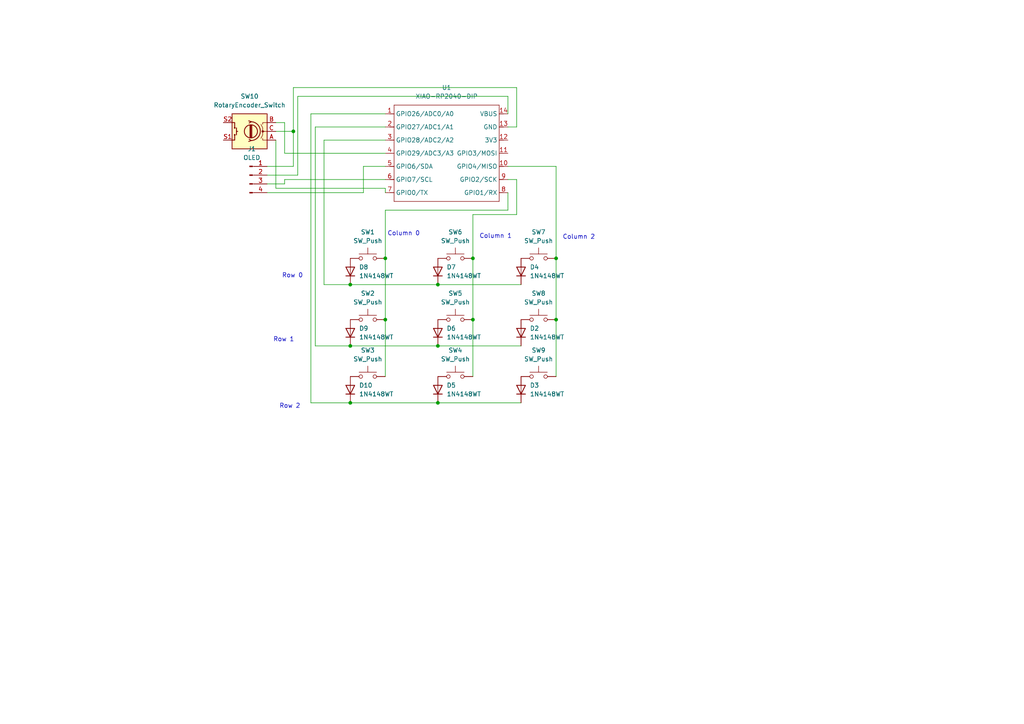
<source format=kicad_sch>
(kicad_sch (version 20250114) (generator "eeschema") (generator_version "9.0")
  (paper "A4")
  (lib_symbols
    (symbol "Connector:Conn_01x04_Pin" (pin_names (offset 1.016) (hide yes))
      (property "Reference" "J" (at 0 5.08 0))
      (property "Value" "Conn_01x04_Pin" (at 0 -7.62 0))
      (symbol "Conn_01x04_Pin_1_1"
        (rectangle (start 0.8636 2.667) (end 0 2.413) (stroke (width 0.1524)) (fill (type outline)))
        (rectangle (start 0.8636 0.127) (end 0 -0.127) (stroke (width 0.1524)) (fill (type outline)))
        (rectangle (start 0.8636 -2.413) (end 0 -2.667) (stroke (width 0.1524)) (fill (type outline)))
        (rectangle (start 0.8636 -4.953) (end 0 -5.207) (stroke (width 0.1524)) (fill (type outline)))
        (polyline (pts (xy 1.27 2.54) (xy 0.8636 2.54)) (stroke (width 0.1524)))
        (polyline (pts (xy 1.27 0) (xy 0.8636 0)) (stroke (width 0.1524)))
        (polyline (pts (xy 1.27 -2.54) (xy 0.8636 -2.54)) (stroke (width 0.1524)))
        (polyline (pts (xy 1.27 -5.08) (xy 0.8636 -5.08)) (stroke (width 0.1524)))
        (pin passive line (at 5.08 2.54 180) (length 3.81) (name "Pin_1") (number "1"))
        (pin passive line (at 5.08 0 180) (length 3.81) (name "Pin_2") (number "2"))
        (pin passive line (at 5.08 -2.54 180) (length 3.81) (name "Pin_3") (number "3"))
        (pin passive line (at 5.08 -5.08 180) (length 3.81) (name "Pin_4") (number "4"))
      )
    )
    (symbol "Device:RotaryEncoder_Switch" (pin_names (offset 0.254) (hide yes))
      (property "Reference" "SW" (at 0 6.604 0))
      (property "Value" "RotaryEncoder_Switch" (at 0 -6.604 0))
      (symbol "RotaryEncoder_Switch_0_1"
        (rectangle (start -5.08 5.08) (end 5.08 -5.08) (stroke (width 0.254)) (fill (type background)))
        (polyline (pts (xy -5.08 2.54) (xy -3.81 2.54) (xy -3.81 2.032)))
        (polyline (pts (xy -5.08 0) (xy -3.81 0) (xy -3.81 -1.016) (xy -3.302 -2.032)))
        (polyline (pts (xy -5.08 -2.54) (xy -3.81 -2.54) (xy -3.81 -2.032)))
        (polyline (pts (xy -4.318 0) (xy -3.81 0) (xy -3.81 1.016) (xy -3.302 2.032)))
        (circle (center -3.81 0) (radius 0.254) (fill (type outline)))
        (polyline (pts (xy -0.635 -1.778) (xy -0.635 1.778)) (stroke (width 0.254)))
        (circle (center -0.381 0) (radius 1.905) (stroke (width 0.254)))
        (polyline (pts (xy -0.381 -1.778) (xy -0.381 1.778)) (stroke (width 0.254)))
        (arc (start -0.381 -2.794) (mid -3.0988 -0.0635) (end -0.381 2.667) (stroke (width 0.254)))
        (polyline (pts (xy -0.127 1.778) (xy -0.127 -1.778)) (stroke (width 0.254)))
        (polyline (pts (xy 0.254 2.921) (xy -0.508 2.667) (xy 0.127 2.286)) (stroke (width 0.254)))
        (polyline (pts (xy 0.254 -3.048) (xy -0.508 -2.794) (xy 0.127 -2.413)) (stroke (width 0.254)))
        (polyline (pts (xy 3.81 1.016) (xy 3.81 -1.016)) (stroke (width 0.254)))
        (polyline (pts (xy 3.81 0) (xy 3.429 0)) (stroke (width 0.254)))
        (circle (center 4.318 1.016) (radius 0.127) (stroke (width 0.254)))
        (circle (center 4.318 -1.016) (radius 0.127) (stroke (width 0.254)))
        (polyline (pts (xy 5.08 2.54) (xy 4.318 2.54) (xy 4.318 1.016)) (stroke (width 0.254)))
        (polyline (pts (xy 5.08 -2.54) (xy 4.318 -2.54) (xy 4.318 -1.016)) (stroke (width 0.254)))
      )
      (symbol "RotaryEncoder_Switch_1_1"
        (pin passive line (at -7.62 2.54 0) (length 2.54) (name "A") (number "A"))
        (pin passive line (at -7.62 0 0) (length 2.54) (name "C") (number "C"))
        (pin passive line (at -7.62 -2.54 0) (length 2.54) (name "B") (number "B"))
        (pin passive line (at 7.62 2.54 180) (length 2.54) (name "S1") (number "S1"))
        (pin passive line (at 7.62 -2.54 180) (length 2.54) (name "S2") (number "S2"))
      )
    )
    (symbol "Diode:1N4148WT" (pin_numbers (hide yes)) (pin_names (hide yes))
      (property "Reference" "D" (at 0 2.54 0))
      (property "Value" "1N4148WT" (at 0 -2.54 0))
      (symbol "1N4148WT_0_1"
        (polyline (pts (xy -1.27 1.27) (xy -1.27 -1.27)) (stroke (width 0.254)))
        (polyline (pts (xy 1.27 1.27) (xy 1.27 -1.27) (xy -1.27 0) (xy 1.27 1.27)) (stroke (width 0.254)))
        (polyline (pts (xy 1.27 0) (xy -1.27 0)))
      )
      (symbol "1N4148WT_1_1"
        (pin passive line (at -3.81 0 0) (length 2.54) (name "K") (number "1"))
        (pin passive line (at 3.81 0 180) (length 2.54) (name "A") (number "2"))
      )
    )
    (symbol "OPL:XIAO-RP2040-DIP"
      (property "Reference" "U" (at 0 0 0))
      (property "Value" "XIAO-RP2040-DIP" (at 5.334 -1.778 0))
      (symbol "XIAO-RP2040-DIP_1_0"
        (polyline (pts (xy -1.27 -2.54) (xy 29.21 -2.54)) (stroke (width 0.1524)))
        (polyline (pts (xy -1.27 -5.08) (xy -2.54 -5.08)) (stroke (width 0.1524)))
        (polyline (pts (xy -1.27 -5.08) (xy -1.27 -2.54)) (stroke (width 0.1524)))
        (polyline (pts (xy -1.27 -8.89) (xy -2.54 -8.89)) (stroke (width 0.1524)))
        (polyline (pts (xy -1.27 -8.89) (xy -1.27 -5.08)) (stroke (width 0.1524)))
        (polyline (pts (xy -1.27 -12.7) (xy -2.54 -12.7)) (stroke (width 0.1524)))
        (polyline (pts (xy -1.27 -12.7) (xy -1.27 -8.89)) (stroke (width 0.1524)))
        (polyline (pts (xy -1.27 -16.51) (xy -2.54 -16.51)) (stroke (width 0.1524)))
        (polyline (pts (xy -1.27 -16.51) (xy -1.27 -12.7)) (stroke (width 0.1524)))
        (polyline (pts (xy -1.27 -20.32) (xy -2.54 -20.32)) (stroke (width 0.1524)))
        (polyline (pts (xy -1.27 -24.13) (xy -2.54 -24.13)) (stroke (width 0.1524)))
        (polyline (pts (xy -1.27 -27.94) (xy -2.54 -27.94)) (stroke (width 0.1524)))
        (polyline (pts (xy -1.27 -30.48) (xy -1.27 -16.51)) (stroke (width 0.1524)))
        (polyline (pts (xy 29.21 -2.54) (xy 29.21 -5.08)) (stroke (width 0.1524)))
        (polyline (pts (xy 29.21 -5.08) (xy 29.21 -8.89)) (stroke (width 0.1524)))
        (polyline (pts (xy 29.21 -8.89) (xy 29.21 -12.7)) (stroke (width 0.1524)))
        (polyline (pts (xy 29.21 -12.7) (xy 29.21 -30.48)) (stroke (width 0.1524)))
        (polyline (pts (xy 29.21 -30.48) (xy -1.27 -30.48)) (stroke (width 0.1524)))
        (polyline (pts (xy 30.48 -5.08) (xy 29.21 -5.08)) (stroke (width 0.1524)))
        (polyline (pts (xy 30.48 -8.89) (xy 29.21 -8.89)) (stroke (width 0.1524)))
        (polyline (pts (xy 30.48 -12.7) (xy 29.21 -12.7)) (stroke (width 0.1524)))
        (polyline (pts (xy 30.48 -16.51) (xy 29.21 -16.51)) (stroke (width 0.1524)))
        (polyline (pts (xy 30.48 -20.32) (xy 29.21 -20.32)) (stroke (width 0.1524)))
        (polyline (pts (xy 30.48 -24.13) (xy 29.21 -24.13)) (stroke (width 0.1524)))
        (polyline (pts (xy 30.48 -27.94) (xy 29.21 -27.94)) (stroke (width 0.1524)))
        (pin passive line (at -3.81 -5.08 0) (length 2.54) (name "GPIO26/ADC0/A0") (number "1"))
        (pin passive line (at -3.81 -8.89 0) (length 2.54) (name "GPIO27/ADC1/A1") (number "2"))
        (pin passive line (at -3.81 -12.7 0) (length 2.54) (name "GPIO28/ADC2/A2") (number "3"))
        (pin passive line (at -3.81 -16.51 0) (length 2.54) (name "GPIO29/ADC3/A3") (number "4"))
        (pin passive line (at -3.81 -20.32 0) (length 2.54) (name "GPIO6/SDA") (number "5"))
        (pin passive line (at -3.81 -24.13 0) (length 2.54) (name "GPIO7/SCL") (number "6"))
        (pin passive line (at -3.81 -27.94 0) (length 2.54) (name "GPIO0/TX") (number "7"))
        (pin passive line (at 31.75 -5.08 180) (length 2.54) (name "VBUS") (number "14"))
        (pin passive line (at 31.75 -8.89 180) (length 2.54) (name "GND") (number "13"))
        (pin passive line (at 31.75 -12.7 180) (length 2.54) (name "3V3") (number "12"))
        (pin passive line (at 31.75 -16.51 180) (length 2.54) (name "GPIO3/MOSI") (number "11"))
        (pin passive line (at 31.75 -20.32 180) (length 2.54) (name "GPIO4/MISO") (number "10"))
        (pin passive line (at 31.75 -24.13 180) (length 2.54) (name "GPIO2/SCK") (number "9"))
        (pin passive line (at 31.75 -27.94 180) (length 2.54) (name "GPIO1/RX") (number "8"))
      )
    )
    (symbol "SW_Push_1" (pin_numbers (hide yes)) (pin_names (offset 1.016) (hide yes))
      (property "Reference" "SW" (at 1.27 2.54 0))
      (property "Value" "SW_Push" (at 0 -1.524 0))
      (symbol "SW_Push_1_0_1"
        (circle (center -2.032 0) (radius 0.508))
        (polyline (pts (xy 0 1.27) (xy 0 3.048)))
        (circle (center 2.032 0) (radius 0.508))
        (polyline (pts (xy 2.54 1.27) (xy -2.54 1.27)))
        (pin passive line (at -5.08 0 0) (length 2.54) (name "1") (number "1"))
        (pin passive line (at 5.08 0 180) (length 2.54) (name "2") (number "2"))
      )
    )
    (symbol "Switch:SW_Push" (pin_numbers (hide yes)) (pin_names (offset 1.016) (hide yes))
      (property "Reference" "SW" (at 1.27 2.54 0))
      (property "Value" "SW_Push" (at 0 -1.524 0))
      (symbol "SW_Push_0_1"
        (circle (center -2.032 0) (radius 0.508))
        (polyline (pts (xy 0 1.27) (xy 0 3.048)))
        (circle (center 2.032 0) (radius 0.508))
        (polyline (pts (xy 2.54 1.27) (xy -2.54 1.27)))
        (pin passive line (at -5.08 0 0) (length 2.54) (name "1") (number "1"))
        (pin passive line (at 5.08 0 180) (length 2.54) (name "2") (number "2"))
      )
    )
  )
  (text "Row 1\n" (at 82.296 98.552 0) (effects (font (size 1.27 1.27))))
  (text "Column 2" (at 167.894 68.834 0) (effects (font (size 1.27 1.27))))
  (text "Column 1" (at 143.764 68.58 0) (effects (font (size 1.27 1.27))))
  (text "Column 0" (at 117.094 67.818 0) (effects (font (size 1.27 1.27))))
  (text "Row 2\n" (at 84.074 117.856 0) (effects (font (size 1.27 1.27))))
  (text "Row 0\n" (at 84.836 80.01 0) (effects (font (size 1.27 1.27))))
  (junction (at 111.76 74.93))
  (junction (at 101.6 82.55))
  (junction (at 137.16 92.71))
  (junction (at 127 116.84))
  (junction (at 161.29 92.71))
  (junction (at 127 100.33))
  (junction (at 101.6 116.84))
  (junction (at 85.09 38.1))
  (junction (at 101.6 100.33))
  (junction (at 111.76 92.71))
  (junction (at 127 82.55))
  (junction (at 137.16 74.93))
  (junction (at 161.29 74.93))
  (wire (pts (xy 85.09 38.1) (xy 85.09 25.4)))
  (wire (pts (xy 101.6 100.33) (xy 127 100.33)))
  (wire (pts (xy 127 116.84) (xy 151.13 116.84)))
  (wire (pts (xy 137.16 92.71) (xy 137.16 109.22)))
  (wire (pts (xy 149.86 52.07) (xy 147.32 52.07)))
  (wire (pts (xy 80.01 38.1) (xy 85.09 38.1)))
  (wire (pts (xy 77.47 50.8) (xy 86.36 50.8)))
  (wire (pts (xy 105.41 55.88) (xy 105.41 48.26)))
  (wire (pts (xy 147.32 48.26) (xy 161.29 48.26)))
  (wire (pts (xy 147.32 60.96) (xy 147.32 55.88)))
  (wire (pts (xy 149.86 62.23) (xy 149.86 52.07)))
  (wire (pts (xy 149.86 25.4) (xy 149.86 36.83)))
  (wire (pts (xy 161.29 74.93) (xy 161.29 92.71)))
  (wire (pts (xy 127 82.55) (xy 151.13 82.55)))
  (wire (pts (xy 127 100.33) (xy 151.13 100.33)))
  (wire (pts (xy 91.44 36.83) (xy 111.76 36.83)))
  (wire (pts (xy 161.29 92.71) (xy 161.29 109.22)))
  (wire (pts (xy 111.76 54.61) (xy 111.76 55.88)))
  (wire (pts (xy 111.76 74.93) (xy 111.76 92.71)))
  (wire (pts (xy 80.01 54.61) (xy 111.76 54.61)))
  (wire (pts (xy 77.47 48.26) (xy 85.09 48.26)))
  (wire (pts (xy 82.55 53.34) (xy 82.55 52.07)))
  (wire (pts (xy 101.6 100.33) (xy 91.44 100.33)))
  (wire (pts (xy 90.17 33.02) (xy 111.76 33.02)))
  (wire (pts (xy 85.09 48.26) (xy 85.09 38.1)))
  (wire (pts (xy 93.98 40.64) (xy 111.76 40.64)))
  (wire (pts (xy 85.09 25.4) (xy 149.86 25.4)))
  (wire (pts (xy 91.44 100.33) (xy 91.44 36.83)))
  (wire (pts (xy 86.36 27.94) (xy 86.36 50.8)))
  (wire (pts (xy 111.76 60.96) (xy 111.76 74.93)))
  (wire (pts (xy 86.36 27.94) (xy 147.32 27.94)))
  (wire (pts (xy 101.6 82.55) (xy 93.98 82.55)))
  (wire (pts (xy 137.16 62.23) (xy 137.16 74.93)))
  (wire (pts (xy 101.6 116.84) (xy 90.17 116.84)))
  (wire (pts (xy 82.55 35.56) (xy 82.55 44.45)))
  (wire (pts (xy 105.41 48.26) (xy 111.76 48.26)))
  (wire (pts (xy 77.47 53.34) (xy 82.55 53.34)))
  (wire (pts (xy 93.98 82.55) (xy 93.98 40.64)))
  (wire (pts (xy 111.76 92.71) (xy 111.76 109.22)))
  (wire (pts (xy 101.6 82.55) (xy 127 82.55)))
  (wire (pts (xy 82.55 52.07) (xy 111.76 52.07)))
  (wire (pts (xy 147.32 36.83) (xy 149.86 36.83)))
  (wire (pts (xy 82.55 44.45) (xy 111.76 44.45)))
  (wire (pts (xy 90.17 116.84) (xy 90.17 33.02)))
  (wire (pts (xy 161.29 48.26) (xy 161.29 74.93)))
  (wire (pts (xy 137.16 62.23) (xy 149.86 62.23)))
  (wire (pts (xy 111.76 60.96) (xy 147.32 60.96)))
  (wire (pts (xy 80.01 40.64) (xy 80.01 54.61)))
  (wire (pts (xy 101.6 116.84) (xy 127 116.84)))
  (wire (pts (xy 80.01 35.56) (xy 82.55 35.56)))
  (wire (pts (xy 137.16 74.93) (xy 137.16 92.71)))
  (wire (pts (xy 147.32 27.94) (xy 147.32 33.02)))
  (wire (pts (xy 77.47 55.88) (xy 105.41 55.88)))
  (symbol (lib_id "Switch:SW_Push") (at 156.21 74.93 0) (unit 1)
    (property "Reference" "SW7" (at 156.21 67.31 0))
    (property "Value" "SW_Push" (at 156.21 69.85 0))
    (property "Footprint" "Button_Switch_Keyboard:SW_Cherry_MX_1.00u_PCB" (effects (hide yes)))
    (property "Description" "Push button switch, generic, two pins" (effects (hide yes)))
  )
  (symbol (lib_id "Diode:1N4148WT") (at 101.6 96.52 90) (unit 1)
    (property "Reference" "D9" (at 104.14 95.2499 90) (effects (justify right)))
    (property "Value" "1N4148WT" (at 104.14 97.7899 90) (effects (justify right)))
    (property "Footprint" "Diode_SMD:D_SOD-523" (effects (hide yes)))
    (property "Datasheet" "https://www.diodes.com/assets/Datasheets/ds30396.pdf" (effects (hide yes)))
    (property "Description" "75V 0.15A Fast switching Diode, SOD-523" (effects (hide yes)))
    (property "Sim.Device" "D" (effects (hide yes)))
    (property "Sim.Pins" "1=K 2=A" (effects (hide yes)))
  )
  (symbol (lib_id "Switch:SW_Push") (at 132.08 109.22 0) (unit 1)
    (property "Reference" "SW4" (at 132.08 101.6 0))
    (property "Value" "SW_Push" (at 132.08 104.14 0))
    (property "Footprint" "Button_Switch_Keyboard:SW_Cherry_MX_1.00u_PCB" (effects (hide yes)))
    (property "Description" "Push button switch, generic, two pins" (effects (hide yes)))
  )
  (symbol (lib_id "Switch:SW_Push") (at 106.68 92.71 0) (unit 1)
    (property "Reference" "SW2" (at 106.68 85.09 0))
    (property "Value" "SW_Push" (at 106.68 87.63 0))
    (property "Footprint" "Button_Switch_Keyboard:SW_Cherry_MX_1.00u_PCB" (effects (hide yes)))
    (property "Description" "Push button switch, generic, two pins" (effects (hide yes)))
  )
  (symbol (lib_id "Diode:1N4148WT") (at 101.6 78.74 90) (unit 1)
    (property "Reference" "D8" (at 104.14 77.4699 90) (effects (justify right)))
    (property "Value" "1N4148WT" (at 104.14 80.0099 90) (effects (justify right)))
    (property "Footprint" "Diode_SMD:D_SOD-523" (effects (hide yes)))
    (property "Datasheet" "https://www.diodes.com/assets/Datasheets/ds30396.pdf" (effects (hide yes)))
    (property "Description" "75V 0.15A Fast switching Diode, SOD-523" (effects (hide yes)))
    (property "Sim.Device" "D" (effects (hide yes)))
    (property "Sim.Pins" "1=K 2=A" (effects (hide yes)))
  )
  (symbol (lib_id "Switch:SW_Push") (at 156.21 92.71 0) (unit 1)
    (property "Reference" "SW8" (at 156.21 85.09 0))
    (property "Value" "SW_Push" (at 156.21 87.63 0))
    (property "Footprint" "Button_Switch_Keyboard:SW_Cherry_MX_1.00u_PCB" (effects (hide yes)))
    (property "Description" "Push button switch, generic, two pins" (effects (hide yes)))
  )
  (symbol (lib_id "Diode:1N4148WT") (at 101.6 113.03 90) (unit 1)
    (property "Reference" "D10" (at 104.14 111.7599 90) (effects (justify right)))
    (property "Value" "1N4148WT" (at 104.14 114.2999 90) (effects (justify right)))
    (property "Footprint" "Diode_SMD:D_SOD-523" (effects (hide yes)))
    (property "Datasheet" "https://www.diodes.com/assets/Datasheets/ds30396.pdf" (effects (hide yes)))
    (property "Description" "75V 0.15A Fast switching Diode, SOD-523" (effects (hide yes)))
    (property "Sim.Device" "D" (effects (hide yes)))
    (property "Sim.Pins" "1=K 2=A" (effects (hide yes)))
  )
  (symbol (lib_name "SW_Push_1") (lib_id "Switch:SW_Push") (at 106.68 74.93 0) (unit 1)
    (property "Reference" "SW1" (at 106.68 67.31 0))
    (property "Value" "SW_Push" (at 106.68 69.85 0))
    (property "Footprint" "Button_Switch_Keyboard:SW_Cherry_MX_1.00u_PCB" (effects (hide yes)))
    (property "Description" "Push button switch, generic, two pins" (effects (hide yes)))
  )
  (symbol (lib_id "OPL:XIAO-RP2040-DIP") (at 115.57 27.94 0) (unit 1)
    (property "Reference" "U1" (at 129.54 25.4 0))
    (property "Value" "XIAO-RP2040-DIP" (at 129.54 27.94 0))
    (property "Footprint" "OPL:XIAO-RP2040-DIP" (effects (hide yes)))
  )
  (symbol (lib_id "Diode:1N4148WT") (at 127 78.74 90) (unit 1)
    (property "Reference" "D7" (at 129.54 77.4699 90) (effects (justify right)))
    (property "Value" "1N4148WT" (at 129.54 80.0099 90) (effects (justify right)))
    (property "Footprint" "Diode_SMD:D_SOD-523" (effects (hide yes)))
    (property "Datasheet" "https://www.diodes.com/assets/Datasheets/ds30396.pdf" (effects (hide yes)))
    (property "Description" "75V 0.15A Fast switching Diode, SOD-523" (effects (hide yes)))
    (property "Sim.Device" "D" (effects (hide yes)))
    (property "Sim.Pins" "1=K 2=A" (effects (hide yes)))
  )
  (symbol (lib_id "Switch:SW_Push") (at 156.21 109.22 0) (unit 1)
    (property "Reference" "SW9" (at 156.21 101.6 0))
    (property "Value" "SW_Push" (at 156.21 104.14 0))
    (property "Footprint" "Button_Switch_Keyboard:SW_Cherry_MX_1.00u_PCB" (effects (hide yes)))
    (property "Description" "Push button switch, generic, two pins" (effects (hide yes)))
  )
  (symbol (lib_id "Diode:1N4148WT") (at 127 96.52 90) (unit 1)
    (property "Reference" "D6" (at 129.54 95.2499 90) (effects (justify right)))
    (property "Value" "1N4148WT" (at 129.54 97.7899 90) (effects (justify right)))
    (property "Footprint" "Diode_SMD:D_SOD-523" (effects (hide yes)))
    (property "Datasheet" "https://www.diodes.com/assets/Datasheets/ds30396.pdf" (effects (hide yes)))
    (property "Description" "75V 0.15A Fast switching Diode, SOD-523" (effects (hide yes)))
    (property "Sim.Device" "D" (effects (hide yes)))
    (property "Sim.Pins" "1=K 2=A" (effects (hide yes)))
  )
  (symbol (lib_id "Switch:SW_Push") (at 132.08 74.93 0) (unit 1)
    (property "Reference" "SW6" (at 132.08 67.31 0))
    (property "Value" "SW_Push" (at 132.08 69.85 0))
    (property "Footprint" "Button_Switch_Keyboard:SW_Cherry_MX_1.00u_PCB" (effects (hide yes)))
    (property "Description" "Push button switch, generic, two pins" (effects (hide yes)))
  )
  (symbol (lib_id "Device:RotaryEncoder_Switch") (at 72.39 38.1 180) (unit 1)
    (property "Reference" "SW10" (at 72.39 27.94 0))
    (property "Value" "RotaryEncoder_Switch" (at 72.39 30.48 0))
    (property "Footprint" "Rotary_Encoder:RotaryEncoder_Alps_EC11E-Switch_Vertical_H20mm_CircularMountingHoles" (effects (hide yes)))
    (property "Description" "Rotary encoder, dual channel, incremental quadrate outputs, with switch" (effects (hide yes)))
  )
  (symbol (lib_id "Switch:SW_Push") (at 132.08 92.71 0) (unit 1)
    (property "Reference" "SW5" (at 132.08 85.09 0))
    (property "Value" "SW_Push" (at 132.08 87.63 0))
    (property "Footprint" "Button_Switch_Keyboard:SW_Cherry_MX_1.00u_PCB" (effects (hide yes)))
    (property "Description" "Push button switch, generic, two pins" (effects (hide yes)))
  )
  (symbol (lib_id "Diode:1N4148WT") (at 151.13 78.74 90) (unit 1)
    (property "Reference" "D4" (at 153.67 77.4699 90) (effects (justify right)))
    (property "Value" "1N4148WT" (at 153.67 80.0099 90) (effects (justify right)))
    (property "Footprint" "Diode_SMD:D_SOD-523" (effects (hide yes)))
    (property "Datasheet" "https://www.diodes.com/assets/Datasheets/ds30396.pdf" (effects (hide yes)))
    (property "Description" "75V 0.15A Fast switching Diode, SOD-523" (effects (hide yes)))
    (property "Sim.Device" "D" (effects (hide yes)))
    (property "Sim.Pins" "1=K 2=A" (effects (hide yes)))
  )
  (symbol (lib_id "Connector:Conn_01x04_Pin") (at 72.39 50.8 0) (unit 1)
    (property "Reference" "J1" (at 73.025 43.18 0))
    (property "Value" "OLED" (at 73.025 45.72 0))
    (property "Footprint" "OLED:SSD1306-0.91-OLED-4pin-128x32" (effects (hide yes)))
    (property "Description" "Generic connector, single row, 01x04, script generated" (effects (hide yes)))
  )
  (symbol (lib_id "Switch:SW_Push") (at 106.68 109.22 0) (unit 1)
    (property "Reference" "SW3" (at 106.68 101.6 0))
    (property "Value" "SW_Push" (at 106.68 104.14 0))
    (property "Footprint" "Button_Switch_Keyboard:SW_Cherry_MX_1.00u_PCB" (effects (hide yes)))
    (property "Description" "Push button switch, generic, two pins" (effects (hide yes)))
  )
  (symbol (lib_id "Diode:1N4148WT") (at 151.13 96.52 90) (unit 1)
    (property "Reference" "D2" (at 153.67 95.2499 90) (effects (justify right)))
    (property "Value" "1N4148WT" (at 153.67 97.7899 90) (effects (justify right)))
    (property "Footprint" "Diode_SMD:D_SOD-523" (effects (hide yes)))
    (property "Datasheet" "https://www.diodes.com/assets/Datasheets/ds30396.pdf" (effects (hide yes)))
    (property "Description" "75V 0.15A Fast switching Diode, SOD-523" (effects (hide yes)))
    (property "Sim.Device" "D" (effects (hide yes)))
    (property "Sim.Pins" "1=K 2=A" (effects (hide yes)))
  )
  (symbol (lib_id "Diode:1N4148WT") (at 127 113.03 90) (unit 1)
    (property "Reference" "D5" (at 129.54 111.7599 90) (effects (justify right)))
    (property "Value" "1N4148WT" (at 129.54 114.2999 90) (effects (justify right)))
    (property "Footprint" "Diode_SMD:D_SOD-523" (effects (hide yes)))
    (property "Datasheet" "https://www.diodes.com/assets/Datasheets/ds30396.pdf" (effects (hide yes)))
    (property "Description" "75V 0.15A Fast switching Diode, SOD-523" (effects (hide yes)))
    (property "Sim.Device" "D" (effects (hide yes)))
    (property "Sim.Pins" "1=K 2=A" (effects (hide yes)))
  )
  (symbol (lib_id "Diode:1N4148WT") (at 151.13 113.03 90) (unit 1)
    (property "Reference" "D3" (at 153.67 111.7599 90) (effects (justify right)))
    (property "Value" "1N4148WT" (at 153.67 114.2999 90) (effects (justify right)))
    (property "Footprint" "Diode_SMD:D_SOD-523" (effects (hide yes)))
    (property "Datasheet" "https://www.diodes.com/assets/Datasheets/ds30396.pdf" (effects (hide yes)))
    (property "Description" "75V 0.15A Fast switching Diode, SOD-523" (effects (hide yes)))
    (property "Sim.Device" "D" (effects (hide yes)))
    (property "Sim.Pins" "1=K 2=A" (effects (hide yes)))
  )
)
</source>
